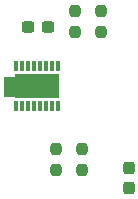
<source format=gtp>
%TF.GenerationSoftware,KiCad,Pcbnew,8.0.3*%
%TF.CreationDate,2024-06-23T18:20:20+02:00*%
%TF.ProjectId,PCF2131-breakout,50434632-3133-4312-9d62-7265616b6f75,rev?*%
%TF.SameCoordinates,Original*%
%TF.FileFunction,Paste,Top*%
%TF.FilePolarity,Positive*%
%FSLAX46Y46*%
G04 Gerber Fmt 4.6, Leading zero omitted, Abs format (unit mm)*
G04 Created by KiCad (PCBNEW 8.0.3) date 2024-06-23 18:20:20*
%MOMM*%
%LPD*%
G01*
G04 APERTURE LIST*
G04 Aperture macros list*
%AMRoundRect*
0 Rectangle with rounded corners*
0 $1 Rounding radius*
0 $2 $3 $4 $5 $6 $7 $8 $9 X,Y pos of 4 corners*
0 Add a 4 corners polygon primitive as box body*
4,1,4,$2,$3,$4,$5,$6,$7,$8,$9,$2,$3,0*
0 Add four circle primitives for the rounded corners*
1,1,$1+$1,$2,$3*
1,1,$1+$1,$4,$5*
1,1,$1+$1,$6,$7*
1,1,$1+$1,$8,$9*
0 Add four rect primitives between the rounded corners*
20,1,$1+$1,$2,$3,$4,$5,0*
20,1,$1+$1,$4,$5,$6,$7,0*
20,1,$1+$1,$6,$7,$8,$9,0*
20,1,$1+$1,$8,$9,$2,$3,0*%
G04 Aperture macros list end*
%ADD10C,0.100000*%
%ADD11RoundRect,0.237500X-0.300000X-0.237500X0.300000X-0.237500X0.300000X0.237500X-0.300000X0.237500X0*%
%ADD12RoundRect,0.237500X0.237500X-0.250000X0.237500X0.250000X-0.237500X0.250000X-0.237500X-0.250000X0*%
%ADD13RoundRect,0.237500X-0.237500X0.300000X-0.237500X-0.300000X0.237500X-0.300000X0.237500X0.300000X0*%
%ADD14R,0.300000X0.900000*%
%ADD15R,3.850000X2.050000*%
G04 APERTURE END LIST*
D10*
X109200000Y-70400000D02*
X110200000Y-70400000D01*
X110200000Y-72000000D01*
X109200000Y-72000000D01*
X109200000Y-70400000D01*
G36*
X109200000Y-70400000D02*
G01*
X110200000Y-70400000D01*
X110200000Y-72000000D01*
X109200000Y-72000000D01*
X109200000Y-70400000D01*
G37*
D11*
%TO.C,C1*%
X111200000Y-66200000D03*
X112925000Y-66200000D03*
%TD*%
D12*
%TO.C,R3*%
X115200000Y-66625000D03*
X115200000Y-64800000D03*
%TD*%
%TO.C,R4*%
X117400000Y-66625000D03*
X117400000Y-64800000D03*
%TD*%
%TO.C,R2*%
X115800000Y-78312500D03*
X115800000Y-76487500D03*
%TD*%
D13*
%TO.C,C2*%
X119800000Y-78075000D03*
X119800000Y-79800000D03*
%TD*%
D12*
%TO.C,R1*%
X113600000Y-76487500D03*
X113600000Y-78312500D03*
%TD*%
D14*
%TO.C,IC1*%
X110250000Y-72900000D03*
X110750000Y-72900000D03*
X111250000Y-72900000D03*
X111750000Y-72900000D03*
X112250000Y-72900000D03*
X112750000Y-72900000D03*
X113250000Y-72900000D03*
X113750000Y-72900000D03*
X113750000Y-69500000D03*
X113250000Y-69500000D03*
X112750000Y-69500000D03*
X112250000Y-69500000D03*
X111750000Y-69500000D03*
X111250000Y-69500000D03*
X110750000Y-69500000D03*
X110250000Y-69500000D03*
D15*
X112000000Y-71200000D03*
%TD*%
M02*

</source>
